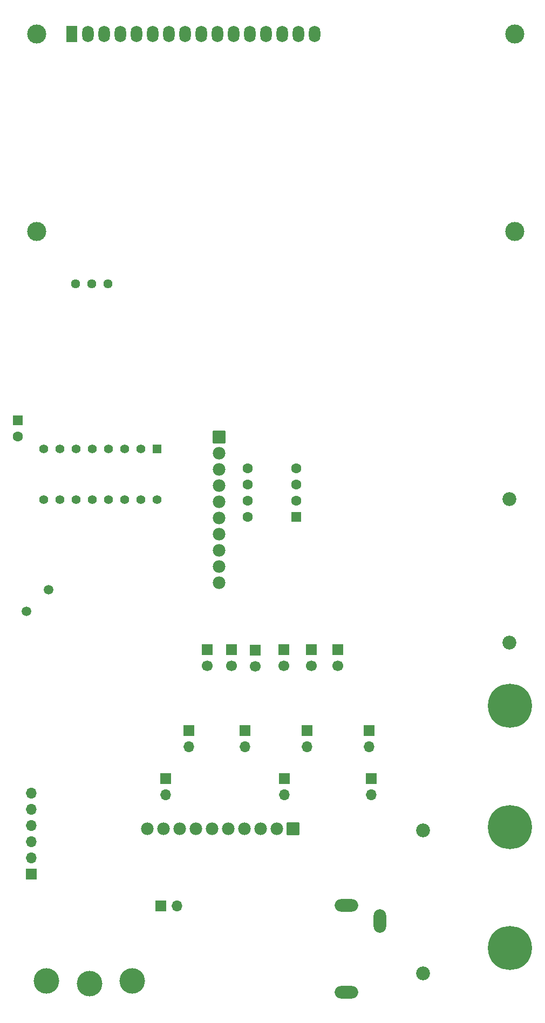
<source format=gbr>
%TF.GenerationSoftware,KiCad,Pcbnew,9.0.5*%
%TF.CreationDate,2025-10-29T10:13:22-04:00*%
%TF.ProjectId,oshe_dmm_project_v1,6f736865-5f64-46d6-9d5f-70726f6a6563,V1*%
%TF.SameCoordinates,Original*%
%TF.FileFunction,Soldermask,Bot*%
%TF.FilePolarity,Negative*%
%FSLAX46Y46*%
G04 Gerber Fmt 4.6, Leading zero omitted, Abs format (unit mm)*
G04 Created by KiCad (PCBNEW 9.0.5) date 2025-10-29 10:13:22*
%MOMM*%
%LPD*%
G01*
G04 APERTURE LIST*
G04 Aperture macros list*
%AMRoundRect*
0 Rectangle with rounded corners*
0 $1 Rounding radius*
0 $2 $3 $4 $5 $6 $7 $8 $9 X,Y pos of 4 corners*
0 Add a 4 corners polygon primitive as box body*
4,1,4,$2,$3,$4,$5,$6,$7,$8,$9,$2,$3,0*
0 Add four circle primitives for the rounded corners*
1,1,$1+$1,$2,$3*
1,1,$1+$1,$4,$5*
1,1,$1+$1,$6,$7*
1,1,$1+$1,$8,$9*
0 Add four rect primitives between the rounded corners*
20,1,$1+$1,$2,$3,$4,$5,0*
20,1,$1+$1,$4,$5,$6,$7,0*
20,1,$1+$1,$6,$7,$8,$9,0*
20,1,$1+$1,$8,$9,$2,$3,0*%
G04 Aperture macros list end*
%ADD10C,1.440000*%
%ADD11C,3.000000*%
%ADD12R,1.800000X2.600000*%
%ADD13O,1.800000X2.600000*%
%ADD14C,2.184000*%
%ADD15RoundRect,0.102000X-0.889000X-0.889000X0.889000X-0.889000X0.889000X0.889000X-0.889000X0.889000X0*%
%ADD16C,1.982000*%
%ADD17O,3.704000X1.954000*%
%ADD18O,1.954000X3.704000*%
%ADD19C,4.000000*%
%ADD20RoundRect,0.250000X-0.550000X0.550000X-0.550000X-0.550000X0.550000X-0.550000X0.550000X0.550000X0*%
%ADD21C,1.600000*%
%ADD22R,1.700000X1.700000*%
%ADD23O,1.700000X1.700000*%
%ADD24RoundRect,0.102000X0.698500X0.698500X-0.698500X0.698500X-0.698500X-0.698500X0.698500X-0.698500X0*%
%ADD25C,1.601000*%
%ADD26C,6.918200*%
%ADD27C,1.700000*%
%ADD28C,1.500000*%
%ADD29RoundRect,0.102000X0.889000X-0.889000X0.889000X0.889000X-0.889000X0.889000X-0.889000X-0.889000X0*%
%ADD30RoundRect,0.102000X-0.605000X0.605000X-0.605000X-0.605000X0.605000X-0.605000X0.605000X0.605000X0*%
%ADD31C,1.414000*%
G04 APERTURE END LIST*
D10*
%TO.C,RV1*%
X138130000Y-113378000D03*
X135590000Y-113378000D03*
X133050000Y-113378000D03*
%TD*%
D11*
%TO.C,DS1*%
X126990900Y-74174500D03*
X126990900Y-105175200D03*
X201989480Y-105175200D03*
X201990000Y-74174500D03*
D12*
X132490000Y-74174500D03*
D13*
X135030000Y-74174500D03*
X137570000Y-74174500D03*
X140110000Y-74174500D03*
X142650000Y-74174500D03*
X145190000Y-74174500D03*
X147730000Y-74174500D03*
X150270000Y-74174500D03*
X152810000Y-74174500D03*
X155350000Y-74174500D03*
X157890000Y-74174500D03*
X160430000Y-74174500D03*
X162970000Y-74174500D03*
X165510000Y-74174500D03*
X168050000Y-74174500D03*
X170590000Y-74174500D03*
%TD*%
D14*
%TO.C,F2*%
X187590000Y-221628000D03*
X187590000Y-199128000D03*
%TD*%
D15*
%TO.C,U3*%
X167130000Y-198878000D03*
D16*
X164590000Y-198878000D03*
X162050000Y-198878000D03*
X159510000Y-198878000D03*
X156970000Y-198878000D03*
X154430000Y-198878000D03*
X151890000Y-198878000D03*
X149350000Y-198878000D03*
X146810000Y-198878000D03*
X144270000Y-198878000D03*
%TD*%
D17*
%TO.C,J22*%
X175590000Y-224578000D03*
X175590000Y-210878000D03*
D18*
X180790000Y-213378000D03*
%TD*%
D19*
%TO.C,BAT-1*%
X128447400Y-222766200D03*
%TD*%
D20*
%TO.C,C9*%
X124030000Y-134838000D03*
D21*
X124030000Y-137338000D03*
%TD*%
D19*
%TO.C,BAT+1*%
X141909400Y-222766200D03*
%TD*%
D22*
%TO.C,J1*%
X126144000Y-205981000D03*
D23*
X126144000Y-203441000D03*
X126144000Y-200901000D03*
X126144000Y-198361000D03*
X126144000Y-195821000D03*
X126144000Y-193281000D03*
%TD*%
D22*
%TO.C,J6*%
X146451000Y-211006000D03*
D23*
X148991000Y-211006000D03*
%TD*%
D22*
%TO.C,J10*%
X159634000Y-183467400D03*
D23*
X159634000Y-186007400D03*
%TD*%
D24*
%TO.C,U2*%
X167650000Y-149948000D03*
D25*
X167650000Y-147408000D03*
X167650000Y-144868000D03*
X167650000Y-142328000D03*
X160030000Y-142328000D03*
X160030000Y-144868000D03*
X160030000Y-147408000D03*
X160030000Y-149948000D03*
%TD*%
D22*
%TO.C,J13*%
X179105600Y-183447000D03*
D23*
X179105600Y-185987000D03*
%TD*%
D14*
%TO.C,F1*%
X201116800Y-169678000D03*
X201116800Y-147178000D03*
%TD*%
D26*
%TO.C,J3*%
X201193000Y-198610000D03*
%TD*%
D22*
%TO.C,J18*%
X165750000Y-170778000D03*
D27*
X165750000Y-173318000D03*
%TD*%
D28*
%TO.C,Y1*%
X125359319Y-164818681D03*
X128810000Y-161368000D03*
%TD*%
D22*
%TO.C,J14*%
X153720000Y-170788000D03*
D27*
X153720000Y-173328000D03*
%TD*%
D22*
%TO.C,J7*%
X147218000Y-190990800D03*
D23*
X147218000Y-193530800D03*
%TD*%
D29*
%TO.C,U8*%
X155590000Y-137438000D03*
D16*
X155590000Y-139978000D03*
X155590000Y-142518000D03*
X155590000Y-145058000D03*
X155590000Y-147598000D03*
X155590000Y-150138000D03*
X155590000Y-152678000D03*
X155590000Y-155218000D03*
X155590000Y-157758000D03*
X155590000Y-160298000D03*
%TD*%
D22*
%TO.C,J11*%
X179476000Y-190990800D03*
D23*
X179476000Y-193530800D03*
%TD*%
D22*
%TO.C,J12*%
X169365000Y-183447000D03*
D23*
X169365000Y-185987000D03*
%TD*%
D22*
%TO.C,J20*%
X174190000Y-170768000D03*
D27*
X174190000Y-173308000D03*
%TD*%
D22*
%TO.C,J16*%
X170080000Y-170818000D03*
D27*
X170080000Y-173358000D03*
%TD*%
D26*
%TO.C,J2*%
X201193000Y-179610000D03*
%TD*%
%TO.C,J4*%
X201193000Y-217610000D03*
%TD*%
D22*
%TO.C,J9*%
X165810800Y-190985800D03*
D23*
X165810800Y-193525800D03*
%TD*%
D30*
%TO.C,U4*%
X145790000Y-139318000D03*
D31*
X143250000Y-139318000D03*
X140710000Y-139318000D03*
X138170000Y-139318000D03*
X135630000Y-139318000D03*
X133090000Y-139318000D03*
X130550000Y-139318000D03*
X128010000Y-139318000D03*
X128010000Y-147258000D03*
X130550000Y-147258000D03*
X133090000Y-147258000D03*
X135630000Y-147258000D03*
X138170000Y-147258000D03*
X140710000Y-147258000D03*
X143250000Y-147258000D03*
X145790000Y-147258000D03*
%TD*%
D22*
%TO.C,J21*%
X161280000Y-170868000D03*
D27*
X161280000Y-173408000D03*
%TD*%
D22*
%TO.C,J5*%
X157480000Y-170788000D03*
D27*
X157480000Y-173328000D03*
%TD*%
D22*
%TO.C,J8*%
X150820000Y-183468000D03*
D23*
X150820000Y-186008000D03*
%TD*%
D19*
%TO.C,Thermistor1*%
X135259400Y-223198000D03*
%TD*%
M02*

</source>
